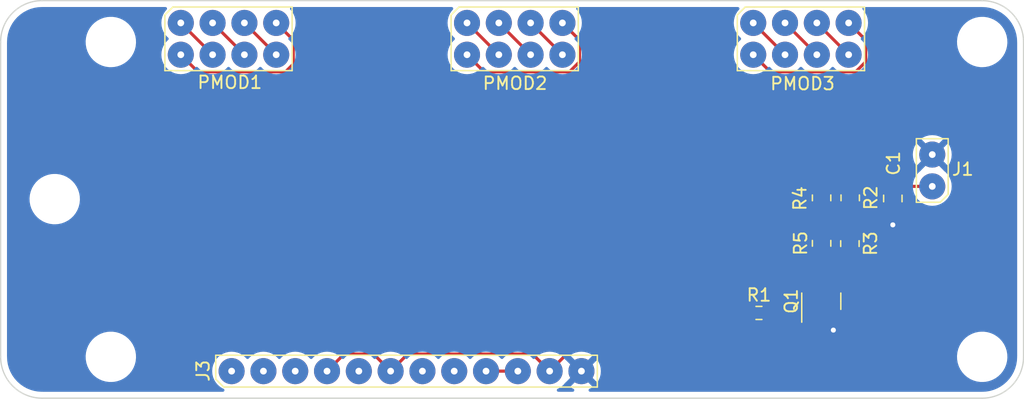
<source format=kicad_pcb>
(kicad_pcb (version 20211014) (generator pcbnew)
  (layers (0 "F.Cu" signal) (31 "B.Cu" signal) (34 "B.Paste" user) (35 "F.Paste" user) (36 "B.SilkS" user "B.Silkscreen") (37 "F.SilkS" user "F.Silkscreen") (38 "B.Mask" user) (39 "F.Mask" user) (44 "Edge.Cuts" user))
  (net 0 "")
  (net 2 "GND")
  (net 4 "+4V")
  (net 6 "+3V3")
  (net 8 "Net-(PMOD1-Pad1)")
  (net 9 "Net-(PMOD1-Pad2)")
  (net 10 "Net-(PMOD1-Pad3)")
  (net 11 "Net-(PMOD1-Pad5)")
  (net 12 "Net-(PMOD2-Pad1)")
  (net 13 "Net-(PMOD2-Pad2)")
  (net 14 "Net-(PMOD2-Pad3)")
  (net 15 "Net-(PMOD2-Pad5)")
  (net 16 "/GPIO21")
  (net 17 "Net-(PMOD3-Pad1)")
  (net 18 "Net-(PMOD3-Pad2)")
  (net 19 "Net-(PMOD3-Pad3)")
  (net 20 "Net-(PMOD3-Pad5)")
  (net 21 "/FPGA_P34")
  (net 22 "/VBAT")
  (net 23 "Net-(Q1-Pad1)")
  (net 24 "Net-(Q1-Pad3)")
  (net 25 "Net-(R2-Pad2)")
  (net 26 "Net-(R4-Pad2)")
  (footprint "Resistor_SMD:R_0805_2012Metric" (layer "F.Cu") (at 161.671 91.9499 -90)
    (fp_text reference "R4" (at 0.0508 1.7272 90) (layer "F.SilkS"))
    (fp_text value "22 1/8W" hide)
    (fp_line (start -0.227064 0.735) (end 0.227064 0.735) (layer "F.SilkS") (width 0.12))
    (fp_line (start -0.227064 -0.735) (end 0.227064 -0.735) (layer "F.SilkS") (width 0.12))
    (pad "1" smd roundrect locked (at -0.9125 0 270) (size 1.025 1.4) (layers "F.Cu" "F.Paste" "F.Mask") (roundrect_rratio 0.243902) (net 22 "/VBAT"))
    (pad "2" smd roundrect locked (at 0.9125 0 270) (size 1.025 1.4) (layers "F.Cu" "F.Paste" "F.Mask") (roundrect_rratio 0.243902) (net 26 "Net-(R4-Pad2)"))
  )
  (footprint "MountingHole:MountingHole_3mm" (layer "F.Cu") (at 104.902 79.502)
    (fp_text reference "H1" hide)
    (fp_text value "MountingHole" hide)
    (pad "" np_thru_hole circle (at 0 0) (size 3 3) (drill 3) (layers *.Cu *.Mask))
  )
  (footprint "Capacitor_SMD:C_0805_2012Metric" (layer "F.Cu") (at 167.3606 91.9988 -90)
    (fp_text reference "C1" (at -2.8042 -0.0508 90) (layer "F.SilkS"))
    (fp_text value "47uF 10V 0805" hide)
    (fp_line (start -0.261252 -0.735) (end 0.261252 -0.735) (layer "F.SilkS") (width 0.12))
    (fp_line (start -0.261252 0.735) (end 0.261252 0.735) (layer "F.SilkS") (width 0.12))
    (pad "1" smd roundrect locked (at -0.95 0 270) (size 1 1.45) (layers "F.Cu" "F.Paste" "F.Mask") (net 22 "/VBAT"))
    (pad "2" smd roundrect locked (at 0.95 0 270) (size 1 1.45) (layers "F.Cu" "F.Paste" "F.Mask") (net 2 "GND"))
  )
  (footprint "MountingHole:MountingHole_3mm" (layer "F.Cu") (at 100.42 92.05)
    (fp_text reference "H5" hide)
    (fp_text value "MountingHole" hide)
    (pad "" np_thru_hole circle locked (at 0 0) (size 3 3) (drill 3) (layers *.Cu *.Mask))
  )
  (footprint "MountingHole:MountingHole_3mm" (layer "F.Cu") (at 104.902 104.648)
    (fp_text reference "H2" hide)
    (fp_text value "MountingHole" hide)
    (pad "" np_thru_hole circle (at 0 0) (size 3 3) (drill 3) (layers *.Cu *.Mask))
  )
  (footprint "programming-jig:821-22-002-10-004101" (layer "F.Cu") (at 170.5102 91.0336 180)
    (fp_text reference "J1" (at -2.4384 1.3716 unlocked) (layer "F.SilkS"))
    (fp_text value "Conn_01x02" hide)
    (fp_line (start 1.27 -1.27) (end -0.635 -1.27) (layer "F.SilkS") (width 0.12))
    (fp_line (start -1.27 -0.635) (end -1.27 3.81) (layer "F.SilkS") (width 0.12))
    (fp_line (start 1.27 3.81) (end 1.27 -1.27) (layer "F.SilkS") (width 0.12))
    (fp_line (start -1.27 -0.635) (end -0.635 -1.27) (layer "F.SilkS") (width 0.12))
    (fp_line (start -1.27 3.81) (end 1.27 3.81) (layer "F.SilkS") (width 0.12))
    (pad "1" thru_hole circle (at 0 0 180) (size 2.08 2.08) (drill 0.54) (layers *.Cu *.Mask) (net 22 "/VBAT"))
    (pad "2" thru_hole circle (at 0 2.54 180) (size 2.08 2.08) (drill 0.54) (layers *.Cu *.Mask) (net 2 "GND"))
  )
  (footprint "Resistor_SMD:R_0603_1608Metric" (layer "F.Cu") (at 156.6672 101.1428)
    (fp_text reference "R1" (at 0 -1.43) (layer "F.SilkS"))
    (fp_text value "1k" hide)
    (fp_line (start -0.237258 -0.5225) (end 0.237258 -0.5225) (layer "F.SilkS") (width 0.12))
    (fp_line (start -0.237258 0.5225) (end 0.237258 0.5225) (layer "F.SilkS") (width 0.12))
    (pad "1" smd roundrect locked (at -0.825 0) (size 0.8 0.95) (layers "F.Cu" "F.Paste" "F.Mask") (net 21 "/FPGA_P34"))
    (pad "2" smd roundrect locked (at 0.825 0) (size 0.8 0.95) (layers "F.Cu" "F.Paste" "F.Mask") (net 23 "Net-(Q1-Pad1)"))
  )
  (footprint "programming-jig:823-22-008-10-004101" (layer "F.Cu") (at 156.21 77.978 90)
    (fp_text reference "PMOD3" (at -4.8514 3.937 unlocked) (layer "F.SilkS"))
    (fp_text value "CONN_02X06" hide)
    (fp_line (start -3.81 -1.27) (end 0.635 -1.27) (layer "F.SilkS") (width 0.12))
    (fp_line (start 1.27 -0.635) (end 1.27 8.89) (layer "F.SilkS") (width 0.12))
    (fp_line (start 1.27 -0.635) (end 0.635 -1.27) (layer "F.SilkS") (width 0.12))
    (fp_line (start -3.81 8.89) (end -3.81 -1.27) (layer "F.SilkS") (width 0.12))
    (fp_line (start -3.81 8.89) (end 1.27 8.89) (layer "F.SilkS") (width 0.12))
    (pad "1" thru_hole circle (at 0 0 90) (size 2.08 2.08) (drill 0.54) (layers *.Cu *.Mask) (net 17 "Net-(PMOD3-Pad1)"))
    (pad "2" thru_hole circle (at -2.54 0 90) (size 2.08 2.08) (drill 0.54) (layers *.Cu *.Mask) (net 18 "Net-(PMOD3-Pad2)"))
    (pad "3" thru_hole circle (at 0 2.54 90) (size 2.08 2.08) (drill 0.54) (layers *.Cu *.Mask) (net 19 "Net-(PMOD3-Pad3)"))
    (pad "4" thru_hole circle (at -2.54 2.54 90) (size 2.08 2.08) (drill 0.54) (layers *.Cu *.Mask) (net 17 "Net-(PMOD3-Pad1)"))
    (pad "5" thru_hole circle (at 0 5.08 90) (size 2.08 2.08) (drill 0.54) (layers *.Cu *.Mask) (net 20 "Net-(PMOD3-Pad5)"))
    (pad "6" thru_hole circle (at -2.54 5.08 90) (size 2.08 2.08) (drill 0.54) (layers *.Cu *.Mask) (net 19 "Net-(PMOD3-Pad3)"))
    (pad "7" thru_hole circle (at 0 7.62 90) (size 2.08 2.08) (drill 0.54) (layers *.Cu *.Mask) (net 18 "Net-(PMOD3-Pad2)"))
    (pad "8" thru_hole circle (at -2.54 7.62 90) (size 2.08 2.08) (drill 0.54) (layers *.Cu *.Mask) (net 20 "Net-(PMOD3-Pad5)"))
  )
  (footprint "Resistor_SMD:R_0805_2012Metric" (layer "F.Cu") (at 163.9316 95.6037 -90)
    (fp_text reference "R3" (at 0 -1.65 90) (layer "F.SilkS"))
    (fp_text value "22 1/8W" hide)
    (fp_line (start -0.227064 -0.735) (end 0.227064 -0.735) (layer "F.SilkS") (width 0.12))
    (fp_line (start -0.227064 0.735) (end 0.227064 0.735) (layer "F.SilkS") (width 0.12))
    (pad "1" smd roundrect locked (at -0.9125 0 270) (size 1.025 1.4) (layers "F.Cu" "F.Paste" "F.Mask") (roundrect_rratio 0.243902) (net 25 "Net-(R2-Pad2)"))
    (pad "2" smd roundrect locked (at 0.9125 0 270) (size 1.025 1.4) (layers "F.Cu" "F.Paste" "F.Mask") (roundrect_rratio 0.243902) (net 24 "Net-(Q1-Pad3)"))
  )
  (footprint "Resistor_SMD:R_0805_2012Metric" (layer "F.Cu") (at 163.957 91.948 -90)
    (fp_text reference "R2" (at 0 -1.65 90) (layer "F.SilkS"))
    (fp_text value "22 1/8W" hide)
    (fp_line (start -0.227064 -0.735) (end 0.227064 -0.735) (layer "F.SilkS") (width 0.12))
    (fp_line (start -0.227064 0.735) (end 0.227064 0.735) (layer "F.SilkS") (width 0.12))
    (pad "1" smd roundrect locked (at -0.9125 0 270) (size 1.025 1.4) (layers "F.Cu" "F.Paste" "F.Mask") (roundrect_rratio 0.243902) (net 22 "/VBAT"))
    (pad "2" smd roundrect locked (at 0.9125 0 270) (size 1.025 1.4) (layers "F.Cu" "F.Paste" "F.Mask") (roundrect_rratio 0.243902) (net 25 "Net-(R2-Pad2)"))
  )
  (footprint "Package_TO_SOT_SMD:SOT-23" (layer "F.Cu") (at 161.6456 100.2049 90)
    (fp_text reference "Q1" (at 0 -2.4 90) (layer "F.SilkS"))
    (fp_text value "MMBT3904" hide)
    (fp_line (start 0 1.56) (end 0.65 1.56) (layer "F.SilkS") (width 0.12))
    (fp_line (start 0 -1.56) (end 0.65 -1.56) (layer "F.SilkS") (width 0.12))
    (fp_line (start 0 -1.56) (end -1.675 -1.56) (layer "F.SilkS") (width 0.12))
    (fp_line (start 0 1.56) (end -0.65 1.56) (layer "F.SilkS") (width 0.12))
    (pad "1" smd roundrect locked (at -0.9375 -0.95 90) (size 1.475 0.6) (layers "F.Cu" "F.Paste" "F.Mask") (net 23 "Net-(Q1-Pad1)"))
    (pad "2" smd roundrect locked (at -0.9375 0.95 90) (size 1.475 0.6) (layers "F.Cu" "F.Paste" "F.Mask") (net 2 "GND"))
    (pad "3" smd roundrect locked (at 0.9375 0 90) (size 1.475 0.6) (layers "F.Cu" "F.Paste" "F.Mask") (net 24 "Net-(Q1-Pad3)"))
  )
  (footprint "programming-jig:823-22-008-10-004101" (layer "F.Cu") (at 110.49 77.978 90)
    (fp_text reference "PMOD1" (at -4.7498 3.9116 unlocked) (layer "F.SilkS"))
    (fp_text value "CONN_02X06" hide)
    (fp_line (start 1.27 -0.635) (end 1.27 8.89) (layer "F.SilkS") (width 0.12))
    (fp_line (start -3.81 -1.27) (end 0.635 -1.27) (layer "F.SilkS") (width 0.12))
    (fp_line (start -3.81 8.89) (end -3.81 -1.27) (layer "F.SilkS") (width 0.12))
    (fp_line (start 1.27 -0.635) (end 0.635 -1.27) (layer "F.SilkS") (width 0.12))
    (fp_line (start -3.81 8.89) (end 1.27 8.89) (layer "F.SilkS") (width 0.12))
    (pad "1" thru_hole circle (at 0 0 90) (size 2.08 2.08) (drill 0.54) (layers *.Cu *.Mask) (net 8 "Net-(PMOD1-Pad1)"))
    (pad "2" thru_hole circle (at -2.54 0 90) (size 2.08 2.08) (drill 0.54) (layers *.Cu *.Mask) (net 9 "Net-(PMOD1-Pad2)"))
    (pad "3" thru_hole circle (at 0 2.54 90) (size 2.08 2.08) (drill 0.54) (layers *.Cu *.Mask) (net 10 "Net-(PMOD1-Pad3)"))
    (pad "4" thru_hole circle (at -2.54 2.54 90) (size 2.08 2.08) (drill 0.54) (layers *.Cu *.Mask) (net 8 "Net-(PMOD1-Pad1)"))
    (pad "5" thru_hole circle (at 0 5.08 90) (size 2.08 2.08) (drill 0.54) (layers *.Cu *.Mask) (net 11 "Net-(PMOD1-Pad5)"))
    (pad "6" thru_hole circle (at -2.54 5.08 90) (size 2.08 2.08) (drill 0.54) (layers *.Cu *.Mask) (net 10 "Net-(PMOD1-Pad3)"))
    (pad "7" thru_hole circle (at 0 7.62 90) (size 2.08 2.08) (drill 0.54) (layers *.Cu *.Mask) (net 9 "Net-(PMOD1-Pad2)"))
    (pad "8" thru_hole circle (at -2.54 7.62 90) (size 2.08 2.08) (drill 0.54) (layers *.Cu *.Mask) (net 11 "Net-(PMOD1-Pad5)"))
  )
  (footprint "MountingHole:MountingHole_3mm" (layer "F.Cu") (at 174.498 79.502)
    (fp_text reference "H3" hide)
    (fp_text value "MountingHole" hide)
    (pad "" np_thru_hole circle (at 0 0) (size 3 3) (drill 3) (layers *.Cu *.Mask))
  )
  (footprint "MountingHole:MountingHole_3mm" (layer "F.Cu") (at 174.498 104.648)
    (fp_text reference "H4" hide)
    (fp_text value "MountingHole" hide)
    (pad "" np_thru_hole circle (at 0 0) (size 3 3) (drill 3) (layers *.Cu *.Mask))
  )
  (footprint "Resistor_SMD:R_0805_2012Metric" (layer "F.Cu") (at 161.671 95.5821 -90)
    (fp_text reference "R5" (at 0 1.6764 90) (layer "F.SilkS"))
    (fp_text value "22 1/8W" hide)
    (fp_line (start -0.227064 0.735) (end 0.227064 0.735) (layer "F.SilkS") (width 0.12))
    (fp_line (start -0.227064 -0.735) (end 0.227064 -0.735) (layer "F.SilkS") (width 0.12))
    (pad "1" smd roundrect locked (at -0.9125 0 270) (size 1.025 1.4) (layers "F.Cu" "F.Paste" "F.Mask") (roundrect_rratio 0.243902) (net 26 "Net-(R4-Pad2)"))
    (pad "2" smd roundrect locked (at 0.9125 0 270) (size 1.025 1.4) (layers "F.Cu" "F.Paste" "F.Mask") (roundrect_rratio 0.243902) (net 24 "Net-(Q1-Pad3)"))
  )
  (footprint "programming-jig:821-22-012-10-004101" (layer "F.Cu") (at 114.549 105.791 90)
    (fp_text reference "J3" (at 0.0254 -2.281 90 unlocked) (layer "F.SilkS"))
    (fp_text value "Aux" hide)
    (fp_line (start 1.27 -1.27) (end -0.635 -1.27) (layer "F.SilkS") (width 0.12))
    (fp_line (start 1.27 29.21) (end 1.27 -1.27) (layer "F.SilkS") (width 0.12))
    (fp_line (start -1.27 -0.635) (end -1.27 29.21) (layer "F.SilkS") (width 0.12))
    (fp_line (start -1.27 -0.635) (end -0.635 -1.27) (layer "F.SilkS") (width 0.12))
    (fp_line (start -1.27 29.21) (end 1.27 29.21) (layer "F.SilkS") (width 0.12))
    (pad "1" thru_hole circle (at 0 0 90) (size 2.08 2.08) (drill 0.54) (layers *.Cu *.Mask) (net 4 "+4V"))
    (pad "2" thru_hole circle (at 0 2.54 90) (size 2.08 2.08) (drill 0.54) (layers *.Cu *.Mask) (net 6 "+3V3"))
    (pad "3" thru_hole circle (at 0 5.08 90) (size 2.08 2.08) (drill 0.54) (layers *.Cu *.Mask))
    (pad "4" thru_hole circle (at 0 7.62 90) (size 2.08 2.08) (drill 0.54) (layers *.Cu *.Mask) (net 21 "/FPGA_P34"))
    (pad "5" thru_hole circle (at 0 10.16 90) (size 2.08 2.08) (drill 0.54) (layers *.Cu *.Mask))
    (pad "6" thru_hole circle (at 0 12.7 90) (size 2.08 2.08) (drill 0.54) (layers *.Cu *.Mask) (net 21 "/FPGA_P34"))
    (pad "7" thru_hole circle (at 0 15.24 90) (size 2.08 2.08) (drill 0.54) (layers *.Cu *.Mask))
    (pad "8" thru_hole circle (at 0 17.78 90) (size 2.08 2.08) (drill 0.54) (layers *.Cu *.Mask))
    (pad "9" thru_hole circle (at 0 20.32 90) (size 2.08 2.08) (drill 0.54) (layers *.Cu *.Mask) (net 16 "/GPIO21"))
    (pad "10" thru_hole circle (at 0 22.86 90) (size 2.08 2.08) (drill 0.54) (layers *.Cu *.Mask) (net 16 "/GPIO21"))
    (pad "11" thru_hole circle (at 0 25.4 90) (size 2.08 2.08) (drill 0.54) (layers *.Cu *.Mask) (net 21 "/FPGA_P34"))
    (pad "12" thru_hole circle (at 0 27.94 90) (size 2.08 2.08) (drill 0.54) (layers *.Cu *.Mask) (net 2 "GND"))
  )
  (footprint "programming-jig:823-22-008-10-004101" (layer "F.Cu") (at 133.35 77.978 90)
    (fp_text reference "PMOD2" (at -4.826 3.8354 unlocked) (layer "F.SilkS"))
    (fp_text value "CONN_02X06" hide)
    (fp_line (start -3.81 -1.27) (end 0.635 -1.27) (layer "F.SilkS") (width 0.12))
    (fp_line (start -3.81 8.89) (end 1.27 8.89) (layer "F.SilkS") (width 0.12))
    (fp_line (start 1.27 -0.635) (end 0.635 -1.27) (layer "F.SilkS") (width 0.12))
    (fp_line (start 1.27 -0.635) (end 1.27 8.89) (layer "F.SilkS") (width 0.12))
    (fp_line (start -3.81 8.89) (end -3.81 -1.27) (layer "F.SilkS") (width 0.12))
    (pad "1" thru_hole circle (at 0 0 90) (size 2.08 2.08) (drill 0.54) (layers *.Cu *.Mask) (net 12 "Net-(PMOD2-Pad1)"))
    (pad "2" thru_hole circle (at -2.54 0 90) (size 2.08 2.08) (drill 0.54) (layers *.Cu *.Mask) (net 13 "Net-(PMOD2-Pad2)"))
    (pad "3" thru_hole circle (at 0 2.54 90) (size 2.08 2.08) (drill 0.54) (layers *.Cu *.Mask) (net 14 "Net-(PMOD2-Pad3)"))
    (pad "4" thru_hole circle (at -2.54 2.54 90) (size 2.08 2.08) (drill 0.54) (layers *.Cu *.Mask) (net 12 "Net-(PMOD2-Pad1)"))
    (pad "5" thru_hole circle (at 0 5.08 90) (size 2.08 2.08) (drill 0.54) (layers *.Cu *.Mask) (net 15 "Net-(PMOD2-Pad5)"))
    (pad "6" thru_hole circle (at -2.54 5.08 90) (size 2.08 2.08) (drill 0.54) (layers *.Cu *.Mask) (net 14 "Net-(PMOD2-Pad3)"))
    (pad "7" thru_hole circle (at 0 7.62 90) (size 2.08 2.08) (drill 0.54) (layers *.Cu *.Mask) (net 13 "Net-(PMOD2-Pad2)"))
    (pad "8" thru_hole circle (at -2.54 7.62 90) (size 2.08 2.08) (drill 0.54) (layers *.Cu *.Mask) (net 15 "Net-(PMOD2-Pad5)"))
  )
  (gr_line (start 96.1 79.5) (end 96.1 104.646) (layer "Edge.Cuts") (width 0.1016))
  (gr_arc (start 99.402 107.948) (mid 97.067133 106.980867) (end 96.1 104.646) (layer "Edge.Cuts") (width 0.1016))
  (gr_line (start 99.402 107.948) (end 174.498 107.95) (layer "Edge.Cuts") (width 0.1016))
  (gr_line (start 177.8 104.648) (end 177.8 79.502) (layer "Edge.Cuts") (width 0.1016))
  (gr_arc (start 177.8 104.648) (mid 176.832867 106.982867) (end 174.498 107.95) (layer "Edge.Cuts") (width 0.1016))
  (gr_arc (start 174.498 76.2) (mid 176.832867 77.167133) (end 177.8 79.502) (layer "Edge.Cuts") (width 0.1016))
  (gr_arc (start 96.1 79.5) (mid 97.067133 77.165133) (end 99.402 76.198) (layer "Edge.Cuts") (width 0.1016))
  (gr_line (start 174.498 76.2) (end 99.402 76.198) (layer "Edge.Cuts") (width 0.1016))
  (segment (start 162.5956 101.1424) (end 162.5956 102.4992) (width 0.25) (layer "F.Cu") (net 2))
  (segment (start 162.5956 102.4992) (end 162.6108 102.5144) (width 0.25) (layer "F.Cu") (net 2))
  (segment (start 167.3606 92.9488) (end 167.3606 94.107) (width 0.25) (layer "F.Cu") (net 2))
  (via (at 167.3606 94.107) (size 0.8) (drill 0.4) (layers "F.Cu" "B.Cu") (net 2))
  (via (at 162.6108 102.5144) (size 0.8) (drill 0.4) (layers "F.Cu" "B.Cu") (net 2))
  (segment (start 110.49 77.978) (end 113.03 80.518) (width 0.25) (layer "F.Cu") (net 8))
  (segment (start 119.474511 79.342511) (end 119.474511 81.265489) (width 0.25) (layer "F.Cu") (net 9))
  (segment (start 118.857489 81.882511) (end 111.854511 81.882511) (width 0.25) (layer "F.Cu") (net 9))
  (segment (start 119.474511 81.265489) (end 118.857489 81.882511) (width 0.25) (layer "F.Cu") (net 9))
  (segment (start 118.11 77.978) (end 119.474511 79.342511) (width 0.25) (layer "F.Cu") (net 9))
  (segment (start 111.854511 81.882511) (end 110.49 80.518) (width 0.25) (layer "F.Cu") (net 9))
  (segment (start 113.03 77.978) (end 115.57 80.518) (width 0.25) (layer "F.Cu") (net 10))
  (segment (start 115.57 77.978) (end 118.11 80.518) (width 0.25) (layer "F.Cu") (net 11))
  (segment (start 133.35 77.978) (end 135.89 80.518) (width 0.25) (layer "F.Cu") (net 12))
  (segment (start 142.334511 81.0832) (end 141.5352 81.882511) (width 0.25) (layer "F.Cu") (net 13))
  (segment (start 140.97 77.978) (end 142.334511 79.342511) (width 0.25) (layer "F.Cu") (net 13))
  (segment (start 142.334511 79.342511) (end 142.334511 81.0832) (width 0.25) (layer "F.Cu") (net 13))
  (segment (start 141.5352 81.882511) (end 134.714511 81.882511) (width 0.25) (layer "F.Cu") (net 13))
  (segment (start 134.714511 81.882511) (end 133.35 80.518) (width 0.25) (layer "F.Cu") (net 13))
  (segment (start 135.89 77.978) (end 138.43 80.518) (width 0.25) (layer "F.Cu") (net 14))
  (segment (start 138.43 77.978) (end 140.97 80.518) (width 0.25) (layer "F.Cu") (net 15))
  (segment (start 134.869 105.791) (end 137.409 105.791) (width 0.25) (layer "F.Cu") (net 16))
  (segment (start 156.21 77.978) (end 158.75 80.518) (width 0.25) (layer "F.Cu") (net 17))
  (segment (start 157.574511 81.882511) (end 156.21 80.518) (width 0.25) (layer "F.Cu") (net 18))
  (segment (start 165.194511 81.085489) (end 164.397489 81.882511) (width 0.25) (layer "F.Cu") (net 18))
  (segment (start 164.397489 81.882511) (end 157.574511 81.882511) (width 0.25) (layer "F.Cu") (net 18))
  (segment (start 165.194511 79.342511) (end 165.194511 81.085489) (width 0.25) (layer "F.Cu") (net 18))
  (segment (start 163.83 77.978) (end 165.194511 79.342511) (width 0.25) (layer "F.Cu") (net 18))
  (segment (start 158.75 77.978) (end 161.29 80.518) (width 0.25) (layer "F.Cu") (net 19))
  (segment (start 161.29 77.978) (end 163.83 80.518) (width 0.25) (layer "F.Cu") (net 20))
  (segment (start 141.1986 104.5414) (end 141.1986 101.9556) (width 0.25) (layer "F.Cu") (net 21))
  (segment (start 125.884489 104.426489) (end 127.249 105.791) (width 0.25) (layer "F.Cu") (net 21))
  (segment (start 142.0114 101.1428) (end 155.8422 101.1428) (width 0.25) (layer "F.Cu") (net 21))
  (segment (start 122.169 105.791) (end 123.533511 104.426489) (width 0.25) (layer "F.Cu") (net 21))
  (segment (start 127.249 105.791) (end 128.613511 104.426489) (width 0.25) (layer "F.Cu") (net 21))
  (segment (start 123.533511 104.426489) (end 125.884489 104.426489) (width 0.25) (layer "F.Cu") (net 21))
  (segment (start 139.949 105.791) (end 141.1986 104.5414) (width 0.25) (layer "F.Cu") (net 21))
  (segment (start 128.613511 104.426489) (end 138.584489 104.426489) (width 0.25) (layer "F.Cu") (net 21))
  (segment (start 141.1986 101.9556) (end 142.0114 101.1428) (width 0.25) (layer "F.Cu") (net 21))
  (segment (start 138.584489 104.426489) (end 139.949 105.791) (width 0.25) (layer "F.Cu") (net 21))
  (segment (start 161.671 91.0374) (end 163.9551 91.0374) (width 0.25) (layer "F.Cu") (net 22))
  (segment (start 163.9551 91.0374) (end 163.957 91.0355) (width 0.25) (layer "F.Cu") (net 22))
  (segment (start 167.3606 91.0488) (end 167.3758 91.0336) (width 0.25) (layer "F.Cu") (net 22))
  (segment (start 167.3758 91.0336) (end 170.5102 91.0336) (width 0.25) (layer "F.Cu") (net 22))
  (segment (start 163.957 91.0355) (end 167.3473 91.0355) (width 0.25) (layer "F.Cu") (net 22))
  (segment (start 167.3473 91.0355) (end 167.3606 91.0488) (width 0.25) (layer "F.Cu") (net 22))
  (segment (start 157.4922 101.1428) (end 160.6952 101.1428) (width 0.25) (layer "F.Cu") (net 23))
  (segment (start 160.6952 101.1428) (end 160.6956 101.1424) (width 0.25) (layer "F.Cu") (net 23))
  (segment (start 161.671 96.4946) (end 163.91 96.4946) (width 0.25) (layer "F.Cu") (net 24))
  (segment (start 163.91 96.4946) (end 163.9316 96.5162) (width 0.25) (layer "F.Cu") (net 24))
  (segment (start 161.6456 99.2674) (end 161.6456 96.52) (width 0.25) (layer "F.Cu") (net 24))
  (segment (start 161.6456 96.52) (end 161.671 96.4946) (width 0.25) (layer "F.Cu") (net 24))
  (segment (start 163.9316 94.6912) (end 163.9316 92.8859) (width 0.25) (layer "F.Cu") (net 25))
  (segment (start 163.9316 92.8859) (end 163.957 92.8605) (width 0.25) (layer "F.Cu") (net 25))
  (segment (start 161.671 94.6696) (end 161.671 92.8624) (width 0.25) (layer "F.Cu") (net 26))
  (zone (net 2) (net_name "GND") (layer "B.Cu") (connect_pads (clearance 0.508)) (min_thickness 0.254) (fill yes (thermal_gap 0.508) (thermal_bridge_width 0.508))
    (polygon (pts (xy 177.8 107.95) (xy 96.1136 107.95) (xy 96.1136 76.2) (xy 177.8 76.2)))
  )
)
</source>
